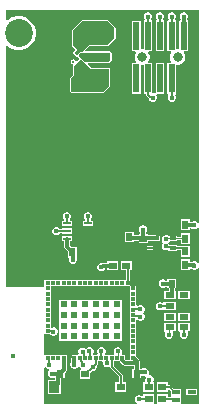
<source format=gtl>
G04*
G04 #@! TF.GenerationSoftware,Altium Limited,Altium Designer,22.8.2 (66)*
G04*
G04 Layer_Physical_Order=1*
G04 Layer_Color=255*
%FSLAX44Y44*%
%MOMM*%
G71*
G04*
G04 #@! TF.SameCoordinates,1C822ADC-4D7C-47C7-80CC-BC155C960612*
G04*
G04*
G04 #@! TF.FilePolarity,Positive*
G04*
G01*
G75*
%ADD13R,0.5600X2.4000*%
%ADD14R,0.3500X0.3500*%
%ADD15R,0.3000X0.3500*%
%ADD16R,0.3500X0.3000*%
%ADD17R,0.6000X0.6000*%
%ADD18R,0.4300X0.4300*%
%ADD19R,0.6000X0.6400*%
%ADD20R,0.7000X0.2700*%
%ADD21R,0.6500X1.4500*%
%ADD22R,0.7500X0.6000*%
%ADD23C,0.2500*%
%ADD24R,0.9000X1.0000*%
%ADD25R,1.6000X0.6500*%
%ADD26R,0.8000X0.5000*%
%ADD27R,0.7000X0.4000*%
%ADD28R,0.6000X0.7500*%
%ADD29R,0.5000X0.3000*%
%ADD30R,0.6400X0.6000*%
%ADD43C,0.1270*%
%ADD44C,0.3048*%
%ADD45C,0.0889*%
%ADD46C,2.3600*%
%ADD47C,1.7850*%
%ADD48C,0.8000*%
%ADD49C,0.4500*%
G36*
X1739131Y409779D02*
X1737861Y409527D01*
X1737804Y409664D01*
X1736814Y410654D01*
X1735520Y411190D01*
X1734120D01*
X1732826Y410654D01*
X1732359Y410187D01*
X1731089Y410218D01*
Y412379D01*
X1723311D01*
Y403101D01*
X1731089D01*
Y405023D01*
X1732359Y405153D01*
X1732826Y404686D01*
X1734120Y404150D01*
X1735520D01*
X1736814Y404686D01*
X1737804Y405676D01*
X1737861Y405813D01*
X1739131Y405561D01*
Y375489D01*
X1737861Y375237D01*
X1737804Y375374D01*
X1736814Y376364D01*
X1735520Y376900D01*
X1734120D01*
X1732826Y376364D01*
X1732580Y376118D01*
X1731089D01*
Y378619D01*
X1723311D01*
Y369341D01*
X1731089D01*
Y370390D01*
X1732359Y370863D01*
X1732826Y370396D01*
X1734120Y369860D01*
X1735520D01*
X1736814Y370396D01*
X1737804Y371386D01*
X1737861Y371523D01*
X1739131Y371271D01*
Y256039D01*
X1724898D01*
X1723819Y256501D01*
X1723819Y257309D01*
Y262231D01*
X1723819Y262279D01*
Y263501D01*
X1723819Y263549D01*
Y269279D01*
X1717374D01*
X1714977Y271676D01*
X1713810Y272160D01*
X1712189D01*
Y274399D01*
X1702911D01*
Y266621D01*
X1712189D01*
Y268058D01*
X1713459Y268528D01*
X1715041Y266946D01*
Y263549D01*
X1715041Y263501D01*
Y262279D01*
X1713867Y262000D01*
X1712189D01*
Y264239D01*
X1702911D01*
X1702911Y256461D01*
X1701816Y256039D01*
X1701784D01*
X1700689Y256461D01*
X1700689Y257309D01*
Y264239D01*
X1691411D01*
Y263543D01*
X1690141Y263017D01*
X1689824Y263334D01*
X1688530Y263870D01*
X1687130D01*
X1685836Y263334D01*
X1684846Y262344D01*
X1684310Y261050D01*
Y259650D01*
X1684846Y258356D01*
X1685836Y257366D01*
X1685973Y257309D01*
X1685721Y256039D01*
X1607820D01*
Y286596D01*
X1609090Y287122D01*
X1609636Y286576D01*
X1610930Y286040D01*
X1611633D01*
X1611897Y285496D01*
X1612022Y284770D01*
X1611186Y283934D01*
X1610650Y282640D01*
Y281240D01*
X1611186Y279946D01*
X1612176Y278956D01*
X1613470Y278420D01*
X1614870D01*
X1615556Y278704D01*
X1616826Y277958D01*
Y276399D01*
X1610921D01*
Y264621D01*
X1621699D01*
Y273249D01*
X1621746Y273486D01*
Y277851D01*
X1625089D01*
Y282550D01*
X1625960Y283421D01*
X1626249Y283854D01*
X1626493Y284219D01*
X1626493Y284219D01*
X1626493Y284219D01*
X1626587Y284692D01*
X1626680Y285160D01*
Y295330D01*
X1626609Y295688D01*
Y297969D01*
X1607831Y297969D01*
X1607820Y299234D01*
Y314426D01*
X1607831Y315691D01*
X1609090Y315691D01*
X1612379D01*
X1612456Y315506D01*
X1613446Y314516D01*
X1614740Y313980D01*
X1616140D01*
X1617434Y314516D01*
X1618424Y315506D01*
X1618960Y316800D01*
Y318200D01*
X1618424Y319494D01*
X1617434Y320484D01*
X1616140Y321020D01*
X1614740D01*
X1614379Y320871D01*
X1613109Y321719D01*
Y329191D01*
Y338191D01*
Y347191D01*
Y356191D01*
X1679454D01*
X1680331Y356191D01*
X1680331Y355314D01*
Y342691D01*
Y333691D01*
Y324691D01*
Y315691D01*
Y306691D01*
Y293290D01*
X1677229D01*
X1677005Y293440D01*
X1676907Y293459D01*
X1676204Y294162D01*
Y295306D01*
X1676202Y295319D01*
X1676204Y295332D01*
X1676109Y295787D01*
Y297969D01*
X1673803D01*
X1673493Y298383D01*
X1673135Y299239D01*
X1673570Y300290D01*
Y301690D01*
X1673034Y302984D01*
X1672044Y303974D01*
X1670750Y304510D01*
X1669350D01*
X1668056Y303974D01*
X1667066Y302984D01*
X1666530Y301690D01*
Y300290D01*
X1666965Y299239D01*
X1666607Y298383D01*
X1666297Y297969D01*
X1659833D01*
X1659523Y298383D01*
X1659165Y299239D01*
X1659600Y300290D01*
Y301690D01*
X1659064Y302984D01*
X1658074Y303974D01*
X1656780Y304510D01*
X1655380D01*
X1654086Y303974D01*
X1653096Y302984D01*
X1652560Y301690D01*
Y300290D01*
X1652995Y299239D01*
X1652637Y298383D01*
X1652327Y297969D01*
X1649673D01*
X1649363Y298383D01*
X1649005Y299239D01*
X1649440Y300290D01*
Y301690D01*
X1648904Y302984D01*
X1647914Y303974D01*
X1646620Y304510D01*
X1645220D01*
X1643926Y303974D01*
X1642936Y302984D01*
X1642262Y303358D01*
X1642167Y303452D01*
X1640874Y303988D01*
X1639473D01*
X1638180Y303452D01*
X1637189Y302462D01*
X1636653Y301168D01*
Y299768D01*
X1636873Y299239D01*
X1636036Y297969D01*
X1630831D01*
Y295688D01*
X1630760Y295330D01*
Y292078D01*
X1630236Y291554D01*
X1629700Y290260D01*
Y288860D01*
X1630236Y287566D01*
X1631226Y286576D01*
X1632520Y286040D01*
X1633920D01*
X1635214Y286576D01*
X1636204Y287566D01*
X1636343Y287901D01*
X1637717D01*
X1637856Y287566D01*
X1638846Y286576D01*
X1639225Y286419D01*
X1638973Y285149D01*
X1638021D01*
Y277371D01*
X1646199D01*
Y282816D01*
X1647856Y284473D01*
X1648200Y284330D01*
X1649600D01*
X1650894Y284866D01*
X1651884Y285856D01*
X1652420Y287150D01*
Y288550D01*
X1652277Y288895D01*
X1652386Y289004D01*
X1652870Y290170D01*
Y292691D01*
X1656608D01*
X1657456Y291421D01*
X1657403Y291293D01*
Y289893D01*
X1657939Y288599D01*
X1658929Y287609D01*
X1660223Y287073D01*
X1661623D01*
X1662238Y287328D01*
X1663057Y287460D01*
X1663771Y286693D01*
X1663912Y286353D01*
X1670870Y279394D01*
Y274399D01*
X1667881D01*
Y266621D01*
X1677159D01*
Y274399D01*
X1674169D01*
Y280078D01*
X1673686Y281244D01*
X1666728Y288203D01*
Y292691D01*
X1671374D01*
X1671471Y292202D01*
X1671471Y292202D01*
X1671471Y292202D01*
X1671706Y291851D01*
X1672004Y291404D01*
X1673980Y289427D01*
X1673981Y289427D01*
X1673981Y289427D01*
X1674377Y289162D01*
X1674778Y288894D01*
X1674779Y288894D01*
X1674779Y288894D01*
X1675029Y288844D01*
X1675459Y288557D01*
X1676400Y288370D01*
X1683419D01*
Y286029D01*
X1681991D01*
Y277851D01*
X1689769D01*
Y279582D01*
X1690435Y279956D01*
X1691039Y280175D01*
X1692210Y279690D01*
X1692812D01*
X1692998Y279522D01*
X1693556Y278420D01*
X1693200Y277560D01*
Y276160D01*
X1693403Y275669D01*
X1692555Y274399D01*
X1691411D01*
Y266621D01*
X1700689D01*
Y274399D01*
X1700689D01*
X1700037Y275669D01*
X1700240Y276160D01*
Y277560D01*
X1699704Y278854D01*
X1698714Y279844D01*
X1697420Y280380D01*
X1696818D01*
X1696632Y280548D01*
X1696074Y281650D01*
X1696430Y282510D01*
Y283910D01*
X1695894Y285204D01*
X1694904Y286194D01*
X1693610Y286730D01*
X1692210D01*
X1690963Y286213D01*
X1689769Y286029D01*
X1689769Y286029D01*
X1689769Y286029D01*
X1688340D01*
Y292420D01*
X1688340Y292420D01*
X1688340Y292420D01*
X1688244Y292904D01*
X1688153Y293361D01*
X1688153Y293362D01*
X1688153Y293362D01*
X1687873Y293780D01*
X1687619Y294160D01*
X1685609Y296170D01*
Y306691D01*
Y315691D01*
Y326917D01*
X1686879Y327443D01*
X1687106Y327216D01*
X1688400Y326680D01*
X1689800D01*
X1691094Y327216D01*
X1692084Y328206D01*
X1692620Y329500D01*
Y330900D01*
X1692084Y332194D01*
X1691733Y332545D01*
X1691213Y333375D01*
X1691733Y334205D01*
X1692084Y334556D01*
X1692620Y335850D01*
Y337250D01*
X1692084Y338544D01*
X1691094Y339534D01*
X1689800Y340070D01*
X1688400D01*
X1687106Y339534D01*
X1686879Y339307D01*
X1685609Y339833D01*
Y347191D01*
Y356469D01*
X1681486D01*
X1680609Y356469D01*
X1680609Y357346D01*
Y361469D01*
X1679870D01*
Y369491D01*
X1681709D01*
Y377269D01*
X1672431D01*
Y369491D01*
X1676571D01*
Y361469D01*
X1607831D01*
Y356865D01*
X1607825Y356187D01*
X1606806Y355600D01*
X1575569D01*
Y558909D01*
X1576742Y559395D01*
X1577370Y558767D01*
X1580631Y556885D01*
X1584268Y555910D01*
X1588033D01*
X1591670Y556885D01*
X1594931Y558767D01*
X1597593Y561430D01*
X1599476Y564691D01*
X1600450Y568328D01*
Y572093D01*
X1599476Y575730D01*
X1597593Y578991D01*
X1594931Y581653D01*
X1591670Y583536D01*
X1588033Y584510D01*
X1584268D01*
X1580631Y583536D01*
X1577370Y581653D01*
X1576742Y581026D01*
X1575569Y581512D01*
Y589781D01*
X1739131D01*
Y409779D01*
D02*
G37*
%LPC*%
G36*
X1726630Y587720D02*
X1725230D01*
X1723936Y587184D01*
X1722946Y586194D01*
X1722410Y584900D01*
Y583500D01*
X1722946Y582206D01*
X1723083Y582069D01*
X1722762Y580799D01*
X1721921D01*
Y556759D01*
X1721466Y556410D01*
X1719754D01*
X1719299Y556759D01*
Y580799D01*
X1719143D01*
X1718617Y582069D01*
X1718754Y582206D01*
X1719290Y583500D01*
Y584900D01*
X1718754Y586194D01*
X1717764Y587184D01*
X1716470Y587720D01*
X1715070D01*
X1713776Y587184D01*
X1712786Y586194D01*
X1712250Y584900D01*
Y583500D01*
X1712786Y582206D01*
X1712923Y582069D01*
X1712397Y580799D01*
X1711921D01*
Y555021D01*
X1714941D01*
X1715322Y553751D01*
X1714553Y552419D01*
X1714110Y550766D01*
Y549054D01*
X1714553Y547401D01*
X1715322Y546069D01*
X1714941Y544799D01*
X1711921D01*
Y519021D01*
X1712397D01*
X1712923Y517751D01*
X1712786Y517614D01*
X1712250Y516320D01*
Y514920D01*
X1712786Y513626D01*
X1713776Y512636D01*
X1715070Y512100D01*
X1716470D01*
X1717764Y512636D01*
X1718754Y513626D01*
X1719290Y514920D01*
Y516320D01*
X1718754Y517614D01*
X1718617Y517751D01*
X1719143Y519021D01*
X1719299D01*
Y543060D01*
X1719754Y543410D01*
X1721466D01*
X1723119Y543853D01*
X1724601Y544709D01*
X1725811Y545919D01*
X1726667Y547401D01*
X1727110Y549054D01*
Y550766D01*
X1726667Y552419D01*
X1725898Y553751D01*
X1726279Y555021D01*
X1729299D01*
Y580799D01*
X1729299D01*
X1728777Y582069D01*
X1728914Y582206D01*
X1729450Y583500D01*
Y584900D01*
X1728914Y586194D01*
X1727924Y587184D01*
X1726630Y587720D01*
D02*
G37*
G36*
X1696150D02*
X1694750D01*
X1693456Y587184D01*
X1692466Y586194D01*
X1691930Y584900D01*
Y583500D01*
X1692466Y582206D01*
X1692603Y582069D01*
X1692077Y580799D01*
X1691921D01*
Y556759D01*
X1691465Y556410D01*
X1689754D01*
X1689299Y556759D01*
Y580799D01*
X1681921D01*
Y555021D01*
X1684940D01*
X1685322Y553751D01*
X1684553Y552419D01*
X1684110Y550766D01*
Y549054D01*
X1684553Y547401D01*
X1685322Y546069D01*
X1684940Y544799D01*
X1681921D01*
Y519021D01*
X1689299D01*
Y543061D01*
X1689754Y543410D01*
X1691465D01*
X1691921Y543060D01*
Y519021D01*
X1693800D01*
Y518005D01*
X1694284Y516839D01*
X1696050Y515072D01*
X1696085Y515057D01*
Y514920D01*
X1696621Y513626D01*
X1697611Y512636D01*
X1698905Y512100D01*
X1700305D01*
X1701599Y512636D01*
X1702589Y513626D01*
X1703125Y514920D01*
Y516320D01*
X1702589Y517614D01*
X1702452Y517751D01*
X1702978Y519021D01*
X1709299D01*
Y544799D01*
X1701921D01*
Y519845D01*
X1700663Y518992D01*
X1700305Y519140D01*
X1699299D01*
Y544799D01*
X1696279D01*
X1695898Y546069D01*
X1696667Y547401D01*
X1697110Y549054D01*
Y550766D01*
X1696667Y552419D01*
X1695898Y553751D01*
X1696279Y555021D01*
X1699299D01*
Y580799D01*
X1698823D01*
X1698297Y582069D01*
X1698434Y582206D01*
X1698970Y583500D01*
Y584900D01*
X1698434Y586194D01*
X1697444Y587184D01*
X1696150Y587720D01*
D02*
G37*
G36*
X1706310D02*
X1704910D01*
X1703616Y587184D01*
X1702626Y586194D01*
X1702090Y584900D01*
Y583500D01*
X1702626Y582206D01*
X1702763Y582069D01*
X1702237Y580799D01*
X1701921D01*
Y555021D01*
X1709299D01*
Y580799D01*
X1708983D01*
X1708457Y582069D01*
X1708594Y582206D01*
X1709130Y583500D01*
Y584900D01*
X1708594Y586194D01*
X1707604Y587184D01*
X1706310Y587720D01*
D02*
G37*
G36*
X1661415Y580986D02*
X1639647D01*
X1638966Y580704D01*
X1631048Y572786D01*
X1630766Y572105D01*
Y560327D01*
X1631048Y559647D01*
X1634059Y556635D01*
Y555974D01*
X1632628Y554542D01*
X1632346Y553862D01*
Y553011D01*
X1632628Y552331D01*
X1634341Y550617D01*
X1635022Y550335D01*
X1635828Y550255D01*
X1635993Y549953D01*
X1636142Y549644D01*
X1636169Y549634D01*
X1636183Y549609D01*
X1636911Y549027D01*
X1636944Y547374D01*
X1635736Y546167D01*
X1635211Y546247D01*
X1634369Y546596D01*
X1634140Y547148D01*
X1633539Y547750D01*
X1632752Y548075D01*
X1631902D01*
X1631115Y547750D01*
X1630514Y547148D01*
X1630188Y546362D01*
Y545511D01*
X1630514Y544725D01*
X1631115Y544123D01*
X1631667Y543894D01*
X1631838Y543714D01*
X1632132Y543154D01*
X1632356Y542527D01*
X1632258Y542290D01*
Y535069D01*
X1630000Y532810D01*
X1629718Y532130D01*
Y520700D01*
X1630000Y520020D01*
X1630680Y519738D01*
X1646447D01*
X1646490Y519720D01*
X1647890D01*
X1647933Y519738D01*
X1657350D01*
X1658030Y520020D01*
X1663110Y525100D01*
X1663392Y525780D01*
Y539750D01*
X1663386Y539765D01*
Y540346D01*
X1663145D01*
X1663110Y540430D01*
X1662430Y540712D01*
X1647589D01*
X1644336Y543964D01*
X1644822Y545138D01*
X1662430D01*
X1663110Y545420D01*
X1663258Y545567D01*
X1663386D01*
Y545695D01*
X1664380Y546690D01*
X1664662Y547370D01*
Y553720D01*
X1664380Y554400D01*
X1663700Y554682D01*
X1642897D01*
X1642411Y555856D01*
X1645990Y559434D01*
X1661415D01*
X1662095Y559716D01*
X1667844Y565465D01*
X1668126Y566145D01*
Y574275D01*
X1667844Y574955D01*
X1662095Y580704D01*
X1661415Y580986D01*
D02*
G37*
G36*
X1645350Y418810D02*
X1643950D01*
X1642656Y418274D01*
X1641666Y417284D01*
X1641130Y415990D01*
Y414590D01*
X1641666Y413296D01*
X1642363Y412599D01*
X1641949Y411329D01*
X1640271D01*
Y406851D01*
X1649049D01*
Y411329D01*
X1647351D01*
X1646937Y412599D01*
X1647634Y413296D01*
X1648170Y414590D01*
Y415990D01*
X1647634Y417284D01*
X1646644Y418274D01*
X1645350Y418810D01*
D02*
G37*
G36*
X1627570D02*
X1626170D01*
X1624876Y418274D01*
X1623886Y417284D01*
X1623350Y415990D01*
Y414590D01*
X1623886Y413296D01*
X1624583Y412599D01*
X1624169Y411329D01*
X1622471D01*
Y406851D01*
X1631249D01*
Y411329D01*
X1629571D01*
X1629157Y412599D01*
X1629854Y413296D01*
X1630390Y414590D01*
Y415990D01*
X1629854Y417284D01*
X1628864Y418274D01*
X1627570Y418810D01*
D02*
G37*
G36*
X1618680Y406110D02*
X1617280D01*
X1615986Y405574D01*
X1614996Y404584D01*
X1614460Y403290D01*
Y401890D01*
X1614996Y400596D01*
X1615986Y399606D01*
X1617280Y399070D01*
X1618680D01*
X1619974Y399606D01*
X1620964Y400596D01*
X1621107Y400940D01*
X1622471D01*
Y400351D01*
X1631249D01*
Y404829D01*
X1622471D01*
Y404240D01*
X1621107D01*
X1620964Y404584D01*
X1619974Y405574D01*
X1618680Y406110D01*
D02*
G37*
G36*
X1691995Y407380D02*
X1690595D01*
X1689301Y406844D01*
X1688311Y405854D01*
X1687775Y404560D01*
Y403160D01*
X1688311Y401866D01*
X1688778Y401399D01*
X1688454Y400129D01*
X1687551D01*
Y399335D01*
X1683419D01*
Y401599D01*
X1675641D01*
Y393421D01*
X1683419D01*
Y394415D01*
X1687551D01*
Y392351D01*
X1695729D01*
Y393946D01*
X1702396D01*
X1702874Y394041D01*
X1705809D01*
Y398819D01*
X1702778D01*
X1702420Y398890D01*
X1702300Y398866D01*
X1695729D01*
Y400129D01*
X1693927D01*
Y401515D01*
X1694279Y401866D01*
X1694815Y403160D01*
Y404560D01*
X1694279Y405854D01*
X1693289Y406844D01*
X1691995Y407380D01*
D02*
G37*
G36*
X1731089Y400879D02*
X1723311D01*
Y397873D01*
X1719809D01*
Y398819D01*
X1713031D01*
X1713031Y398819D01*
Y398819D01*
X1711835Y398996D01*
X1711390Y399180D01*
X1709990D01*
X1708696Y398644D01*
X1707706Y397654D01*
X1707170Y396360D01*
Y394960D01*
X1707706Y393666D01*
X1708597Y392775D01*
X1707706Y391884D01*
X1707170Y390590D01*
Y389190D01*
X1707706Y387896D01*
X1708696Y386906D01*
X1709990Y386370D01*
X1711390D01*
X1711761Y386524D01*
X1713031Y386041D01*
Y386041D01*
X1719809D01*
Y386780D01*
X1723311D01*
Y380841D01*
X1731089D01*
Y390119D01*
X1723311D01*
Y390080D01*
X1719809D01*
Y390819D01*
X1715825D01*
X1715578Y390921D01*
X1714073D01*
X1713674Y391884D01*
X1712783Y392775D01*
X1713674Y393666D01*
X1713829Y394041D01*
X1719809D01*
Y394987D01*
X1723311D01*
Y391601D01*
X1731089D01*
Y400879D01*
D02*
G37*
G36*
X1702420Y390080D02*
X1692630D01*
X1691464Y389596D01*
X1690474Y388606D01*
X1689990Y387440D01*
X1690474Y386273D01*
X1691640Y385790D01*
X1692806Y386273D01*
X1693313Y386780D01*
X1702420D01*
X1703586Y387264D01*
X1704069Y388430D01*
X1703586Y389596D01*
X1702420Y390080D01*
D02*
G37*
G36*
X1626860Y398550D02*
X1625918Y398363D01*
X1625867Y398329D01*
X1622471D01*
Y393851D01*
X1624410D01*
Y389500D01*
X1624597Y388558D01*
X1624597Y388558D01*
X1624597Y388558D01*
X1624865Y388157D01*
X1625130Y387760D01*
X1625130Y387760D01*
X1625130Y387760D01*
X1627471Y385420D01*
Y380721D01*
X1627702D01*
X1628551Y379451D01*
X1628430Y379160D01*
Y377760D01*
X1628966Y376466D01*
X1629956Y375476D01*
X1631250Y374940D01*
X1632650D01*
X1633944Y375476D01*
X1634934Y376466D01*
X1635470Y377760D01*
Y379160D01*
X1635335Y379487D01*
X1635249Y380721D01*
X1635249Y380721D01*
X1635249Y380721D01*
Y388899D01*
X1630950D01*
X1629330Y390519D01*
Y393851D01*
X1631249D01*
Y398329D01*
X1627852D01*
X1627801Y398363D01*
X1626860Y398550D01*
D02*
G37*
G36*
X1670209Y377269D02*
X1660931D01*
Y375840D01*
X1657743D01*
X1656801Y375653D01*
X1656767Y375630D01*
X1655380D01*
X1654086Y375094D01*
X1653096Y374104D01*
X1652560Y372810D01*
Y371410D01*
X1653096Y370116D01*
X1654086Y369126D01*
X1655380Y368590D01*
X1656780D01*
X1658074Y369126D01*
X1659064Y370116D01*
X1659397Y370920D01*
X1660931D01*
Y369491D01*
X1670209D01*
Y377269D01*
D02*
G37*
G36*
X1719659Y362229D02*
X1711881D01*
Y360737D01*
X1710611Y360657D01*
X1710144Y361124D01*
X1708850Y361660D01*
X1707450D01*
X1706156Y361124D01*
X1705166Y360134D01*
X1704630Y358840D01*
Y357440D01*
X1705166Y356146D01*
X1706156Y355156D01*
X1707450Y354620D01*
X1708850D01*
X1710144Y355156D01*
X1710611Y355623D01*
X1711881Y355543D01*
Y354051D01*
X1713310D01*
Y351589D01*
X1709041D01*
Y344811D01*
X1718819D01*
Y351589D01*
X1718230D01*
Y354051D01*
X1719659D01*
Y362229D01*
D02*
G37*
G36*
X1730819Y351589D02*
X1721041D01*
Y344811D01*
X1730819D01*
Y351589D01*
D02*
G37*
G36*
X1665331Y344469D02*
X1664109D01*
X1664061Y344469D01*
X1656379D01*
X1656331Y344469D01*
X1655109D01*
X1655061Y344469D01*
X1647379D01*
X1647331Y344469D01*
X1646109D01*
X1646061Y344469D01*
X1638379D01*
X1638331Y344469D01*
X1637109D01*
X1637061Y344469D01*
X1629379D01*
X1629331Y344469D01*
X1628109D01*
X1628061Y344469D01*
X1620331D01*
Y336739D01*
X1620331Y336691D01*
Y335469D01*
X1620331Y335421D01*
Y327739D01*
X1620331Y327691D01*
Y326469D01*
X1620331Y326421D01*
Y318739D01*
X1620331Y318691D01*
Y317469D01*
X1620331Y317421D01*
Y309691D01*
X1628061D01*
X1628109Y309691D01*
X1629331D01*
X1629379Y309691D01*
X1637061D01*
X1637109Y309691D01*
X1638331D01*
X1638379Y309691D01*
X1646061D01*
X1646109Y309691D01*
X1647331D01*
X1647379Y309691D01*
X1655061D01*
X1655109Y309691D01*
X1656331D01*
X1656379Y309691D01*
X1664061D01*
X1664109Y309691D01*
X1665331D01*
X1665379Y309691D01*
X1673109D01*
Y317421D01*
X1673109Y317469D01*
Y318691D01*
X1673109Y318739D01*
Y326421D01*
X1673109Y326469D01*
Y327691D01*
X1673109Y327739D01*
Y335421D01*
X1673109Y335469D01*
Y336691D01*
X1673109Y336739D01*
Y344469D01*
X1665379D01*
X1665331Y344469D01*
D02*
G37*
G36*
X1706310Y342610D02*
X1704910D01*
X1703616Y342074D01*
X1702626Y341084D01*
X1702090Y339790D01*
Y338390D01*
X1702626Y337096D01*
X1703616Y336106D01*
X1704910Y335570D01*
X1706310D01*
X1707604Y336106D01*
X1707771Y336273D01*
X1709041Y335811D01*
Y335811D01*
X1718819D01*
Y342589D01*
X1709041D01*
Y342433D01*
X1707771Y341907D01*
X1707604Y342074D01*
X1706310Y342610D01*
D02*
G37*
G36*
X1730819Y333589D02*
X1721041D01*
Y326811D01*
X1730819D01*
Y333589D01*
D02*
G37*
G36*
X1718819D02*
X1709041D01*
Y326811D01*
X1718819D01*
Y333589D01*
D02*
G37*
G36*
X1730819Y324589D02*
X1721041D01*
Y317811D01*
X1722143D01*
X1722775Y316541D01*
X1722410Y315660D01*
Y314260D01*
X1722946Y312966D01*
X1723936Y311976D01*
X1725230Y311440D01*
X1726630D01*
X1727924Y311976D01*
X1728914Y312966D01*
X1729450Y314260D01*
Y315660D01*
X1729085Y316541D01*
X1729717Y317811D01*
X1730819D01*
Y324589D01*
D02*
G37*
G36*
X1718819D02*
X1709041D01*
Y317811D01*
X1709443D01*
X1710075Y316541D01*
X1709710Y315660D01*
Y314260D01*
X1710246Y312966D01*
X1711236Y311976D01*
X1712530Y311440D01*
X1713930D01*
X1715224Y311976D01*
X1716214Y312966D01*
X1716750Y314260D01*
Y315660D01*
X1716385Y316541D01*
X1717017Y317811D01*
X1718819D01*
Y324589D01*
D02*
G37*
G36*
X1736819Y269279D02*
X1728041D01*
Y263501D01*
X1736819D01*
Y269279D01*
D02*
G37*
%LPD*%
G36*
X1667164Y574275D02*
Y566145D01*
X1661415Y560396D01*
X1645591D01*
X1639480Y554285D01*
X1638009D01*
X1635022Y551297D01*
X1633308Y553011D01*
Y553862D01*
X1635022Y555575D01*
Y557034D01*
X1631728Y560327D01*
Y572105D01*
X1639647Y580024D01*
X1661415D01*
X1667164Y574275D01*
D02*
G37*
G36*
X1663700Y547370D02*
X1662430Y546100D01*
X1642110D01*
X1636784Y550361D01*
X1636714Y551629D01*
X1637275Y552190D01*
X1638974Y553323D01*
X1639480D01*
X1640160Y553605D01*
X1640276Y553720D01*
X1663700D01*
Y547370D01*
D02*
G37*
G36*
X1641509Y545349D02*
X1641625Y545315D01*
X1647190Y539750D01*
X1662430D01*
Y525780D01*
X1657350Y520700D01*
X1630680D01*
Y532130D01*
X1633220Y534670D01*
Y542290D01*
X1638300Y547370D01*
X1638982D01*
X1641509Y545349D01*
D02*
G37*
D13*
X1685610Y531910D02*
D03*
Y567910D02*
D03*
X1695610Y531910D02*
D03*
Y567910D02*
D03*
X1705610Y531910D02*
D03*
Y567910D02*
D03*
X1715610Y531910D02*
D03*
Y567910D02*
D03*
X1725610Y531910D02*
D03*
Y567910D02*
D03*
D14*
X1610470Y295330D02*
D03*
Y358830D02*
D03*
X1682970Y295330D02*
D03*
Y358830D02*
D03*
D15*
X1615220Y295330D02*
D03*
X1619720D02*
D03*
X1624220D02*
D03*
X1628720D02*
D03*
X1633220D02*
D03*
X1637720D02*
D03*
X1642220D02*
D03*
X1646720D02*
D03*
X1651220D02*
D03*
X1655720D02*
D03*
X1660220D02*
D03*
X1664720D02*
D03*
X1669220D02*
D03*
X1673720D02*
D03*
X1678220D02*
D03*
Y358830D02*
D03*
X1673720D02*
D03*
X1669220D02*
D03*
X1664720D02*
D03*
X1660220D02*
D03*
X1655720D02*
D03*
X1651220D02*
D03*
X1646720D02*
D03*
X1642220D02*
D03*
X1637720D02*
D03*
X1633220D02*
D03*
X1628720D02*
D03*
X1624220D02*
D03*
X1619720D02*
D03*
X1615220D02*
D03*
D16*
X1682970Y300080D02*
D03*
Y304580D02*
D03*
Y309080D02*
D03*
Y313580D02*
D03*
Y318080D02*
D03*
Y322580D02*
D03*
Y327080D02*
D03*
Y331580D02*
D03*
Y336080D02*
D03*
Y340580D02*
D03*
Y345080D02*
D03*
Y349580D02*
D03*
Y354080D02*
D03*
X1610470D02*
D03*
Y349580D02*
D03*
Y345080D02*
D03*
Y340580D02*
D03*
Y336080D02*
D03*
Y331580D02*
D03*
Y327080D02*
D03*
Y322580D02*
D03*
Y318080D02*
D03*
Y313580D02*
D03*
Y309080D02*
D03*
Y304580D02*
D03*
Y300080D02*
D03*
D17*
X1624220Y313580D02*
D03*
X1633220D02*
D03*
X1642220D02*
D03*
X1651220D02*
D03*
X1660220D02*
D03*
X1669220D02*
D03*
Y340580D02*
D03*
X1660220D02*
D03*
X1651220D02*
D03*
X1642220D02*
D03*
X1633220D02*
D03*
X1624220D02*
D03*
X1669220Y322580D02*
D03*
Y331580D02*
D03*
X1624220D02*
D03*
Y322580D02*
D03*
X1633220D02*
D03*
X1642220D02*
D03*
X1651220D02*
D03*
X1660220D02*
D03*
Y331580D02*
D03*
X1651220D02*
D03*
X1642220D02*
D03*
X1633220D02*
D03*
D18*
X1580870Y296580D02*
D03*
Y357580D02*
D03*
D19*
X1621200Y281940D02*
D03*
X1630000D02*
D03*
X1685880D02*
D03*
X1677080D02*
D03*
X1631360Y384810D02*
D03*
X1640160D02*
D03*
X1679530Y397510D02*
D03*
X1670730D02*
D03*
X1636350Y537210D02*
D03*
X1627550D02*
D03*
X1715770Y358140D02*
D03*
X1724570D02*
D03*
D20*
X1626860Y409090D02*
D03*
Y402590D02*
D03*
Y396090D02*
D03*
X1644660D02*
D03*
Y402590D02*
D03*
Y409090D02*
D03*
D21*
X1635760Y402590D02*
D03*
D22*
X1665570Y373380D02*
D03*
X1677070D02*
D03*
X1696050Y270510D02*
D03*
X1707550D02*
D03*
X1684020D02*
D03*
X1672520D02*
D03*
X1696050Y260350D02*
D03*
X1707550D02*
D03*
D23*
X1632327Y555936D02*
D03*
X1638567D02*
D03*
X1635447Y553437D02*
D03*
X1632327Y550937D02*
D03*
X1638567D02*
D03*
X1635447Y548436D02*
D03*
X1632327Y545936D02*
D03*
X1638567D02*
D03*
D24*
X1623617Y566216D02*
D03*
X1637117D02*
D03*
X1622260Y525780D02*
D03*
X1635760D02*
D03*
X1629810Y270510D02*
D03*
X1616310D02*
D03*
D25*
X1654497Y549706D02*
D03*
Y536207D02*
D03*
D26*
X1713930Y321200D02*
D03*
Y330200D02*
D03*
Y339200D02*
D03*
Y348200D02*
D03*
X1725930D02*
D03*
Y339200D02*
D03*
Y330200D02*
D03*
Y321200D02*
D03*
D27*
X1719430Y259390D02*
D03*
X1732430D02*
D03*
Y266390D02*
D03*
X1719430D02*
D03*
D28*
X1727200Y407740D02*
D03*
Y396240D02*
D03*
Y373980D02*
D03*
Y385480D02*
D03*
D29*
X1716420Y396430D02*
D03*
Y388430D02*
D03*
X1702420Y396430D02*
D03*
Y388430D02*
D03*
D30*
X1642110Y272460D02*
D03*
Y281260D02*
D03*
X1691640Y396240D02*
D03*
Y387440D02*
D03*
D43*
X1715610Y567910D02*
X1715770Y568070D01*
Y584200D01*
X1695450Y568070D02*
X1695610Y567910D01*
X1695450Y568070D02*
Y584200D01*
X1697217Y516238D02*
X1698987D01*
X1699605Y515620D01*
X1715770D02*
Y531750D01*
X1715610Y531910D02*
X1715770Y531750D01*
X1615150Y317790D02*
X1615440Y317500D01*
X1610470Y318080D02*
X1610760Y317790D01*
X1615150D01*
X1682970Y336080D02*
X1683205Y336315D01*
X1688865D01*
X1689100Y336550D01*
X1705610Y567910D02*
Y584200D01*
X1695450Y518005D02*
Y527272D01*
Y518005D02*
X1697217Y516238D01*
X1691640Y387440D02*
X1692630Y388430D01*
X1702420D01*
X1682970Y331580D02*
X1683732Y330818D01*
X1688482D01*
X1689100Y330200D01*
X1611585Y289605D02*
X1611630Y289560D01*
X1648900Y287850D02*
X1651220Y290170D01*
X1642310Y281260D02*
X1648900Y287850D01*
X1642110Y281260D02*
X1642310D01*
X1651220Y290170D02*
Y295330D01*
X1665078Y287519D02*
Y294972D01*
X1664720Y295330D02*
X1665078Y294972D01*
Y287519D02*
X1672520Y280078D01*
X1637720Y295330D02*
X1638585Y294465D01*
Y292689D02*
Y294465D01*
X1646320Y295730D02*
X1646720Y295330D01*
X1646320Y295730D02*
Y300590D01*
X1645920Y300990D02*
X1646320Y300590D01*
X1655900Y295510D02*
Y300810D01*
X1656080Y300990D01*
X1655720Y295330D02*
X1655900Y295510D01*
X1660572Y290944D02*
Y294978D01*
Y290944D02*
X1660923Y290593D01*
X1660220Y295330D02*
X1660572Y294978D01*
X1640173Y299594D02*
Y300468D01*
Y299594D02*
X1641355Y298413D01*
Y296195D02*
Y298413D01*
Y296195D02*
X1642220Y295330D01*
X1638585Y292689D02*
X1640840Y290434D01*
Y289560D02*
Y290434D01*
X1644650Y409100D02*
X1644660Y409090D01*
X1677070Y373380D02*
X1678220Y372230D01*
Y358830D02*
Y372230D01*
X1626860Y409090D02*
X1626870Y409100D01*
X1725930Y314960D02*
Y321200D01*
X1713810Y270510D02*
X1717930Y266390D01*
X1707550Y270510D02*
X1713810D01*
X1717930Y266390D02*
X1719430D01*
X1705610Y339090D02*
X1713820D01*
X1713930Y339200D01*
X1727200Y385480D02*
Y386065D01*
X1724835Y388430D02*
X1727200Y386065D01*
X1716420Y388430D02*
X1724835D01*
X1710690Y389890D02*
X1711308Y389272D01*
X1715578D02*
X1716420Y388430D01*
X1711308Y389272D02*
X1715578D01*
X1626870Y409100D02*
Y415290D01*
X1644650Y409100D02*
Y415290D01*
X1617980Y402590D02*
X1626860D01*
X1611585Y289605D02*
Y294215D01*
X1610470Y295330D02*
X1611585Y294215D01*
X1672520Y270510D02*
Y280078D01*
X1696720Y271180D02*
Y276860D01*
X1696050Y270510D02*
X1696720Y271180D01*
X1687830Y260350D02*
X1696050D01*
X1718470D02*
X1719430Y259390D01*
X1707550Y260350D02*
X1718470D01*
D44*
X1614170Y281940D02*
X1621200D01*
X1633220Y289560D02*
Y295330D01*
X1725770Y565920D02*
Y584040D01*
X1725930Y584200D01*
X1621200Y281740D02*
Y281940D01*
Y282140D02*
X1624220Y285160D01*
X1621200Y281940D02*
Y282140D01*
X1624220Y285160D02*
Y295330D01*
X1673744Y293143D02*
X1675720Y291167D01*
X1676063D02*
X1676400Y290830D01*
X1675720Y291167D02*
X1676063D01*
X1673744Y293143D02*
Y295306D01*
X1673720Y295330D02*
X1673744Y295306D01*
X1656473Y372110D02*
X1657743Y373380D01*
X1665570D01*
X1656080Y372110D02*
X1656473D01*
X1626870Y389500D02*
Y396080D01*
Y389500D02*
X1631360Y385010D01*
Y384810D02*
Y385010D01*
X1626860Y396090D02*
X1626870Y396080D01*
X1631672Y378738D02*
Y384498D01*
X1631360Y384810D02*
X1631672Y384498D01*
Y378738D02*
X1631950Y378460D01*
X1734785Y407705D02*
X1734820Y407670D01*
X1727235Y407705D02*
X1734785D01*
X1727200Y407740D02*
X1727235Y407705D01*
X1708150Y358140D02*
X1715770D01*
Y349176D02*
Y358140D01*
X1713930Y348200D02*
X1714794D01*
X1715770Y349176D01*
X1727200Y373980D02*
X1727522Y373658D01*
X1619286Y279826D02*
X1621200Y281740D01*
X1619286Y273486D02*
Y279826D01*
X1616310Y270510D02*
X1619286Y273486D01*
X1680165Y396875D02*
X1691005D01*
X1691640Y396240D02*
X1691806Y396406D01*
X1702396D01*
X1691005Y396875D02*
X1691640Y396240D01*
X1679530Y397510D02*
X1680165Y396875D01*
X1691467Y396413D02*
Y403687D01*
Y396413D02*
X1691640Y396240D01*
X1691295Y403860D02*
X1691467Y403687D01*
X1702396Y396406D02*
X1702420Y396430D01*
X1685880Y281940D02*
Y292420D01*
X1676400Y290830D02*
X1684290D01*
X1685880Y292420D01*
X1682970Y295330D02*
X1685880Y292420D01*
Y281940D02*
X1686872Y282932D01*
X1692632D02*
X1692910Y283210D01*
X1686872Y282932D02*
X1692632D01*
X1727522Y373658D02*
X1734542D01*
X1734820Y373380D01*
D45*
X1670050Y296160D02*
Y300990D01*
X1669220Y295330D02*
X1670050Y296160D01*
X1713230Y320500D02*
X1713930Y321200D01*
X1713230Y314960D02*
Y320500D01*
X1727010Y396430D02*
X1727200Y396240D01*
X1716420Y396430D02*
X1727010D01*
X1712800Y396351D02*
X1712879Y396430D01*
X1716420D01*
X1711381Y396351D02*
X1712800D01*
X1710690Y395660D02*
X1711381Y396351D01*
D46*
X1586150Y570210D02*
D03*
D47*
X1657350Y275610D02*
D03*
Y570210D02*
D03*
D48*
X1690610Y549910D02*
D03*
X1720610D02*
D03*
D49*
X1701764Y448056D02*
D03*
Y348488D02*
D03*
X1690434Y485394D02*
D03*
X1700903Y472948D02*
D03*
X1691295Y510286D02*
D03*
X1699605Y515620D02*
D03*
X1709467Y425023D02*
D03*
X1717548Y435610D02*
D03*
Y485394D02*
D03*
Y460502D02*
D03*
X1715770Y515620D02*
D03*
X1673987Y472948D02*
D03*
X1711325Y448056D02*
D03*
X1736217Y298704D02*
D03*
X1667764Y460502D02*
D03*
X1699605Y497840D02*
D03*
X1615440Y317500D02*
D03*
X1617980Y303530D02*
D03*
X1689100Y336550D02*
D03*
X1614170Y281940D02*
D03*
X1633220Y289560D02*
D03*
X1711325Y472948D02*
D03*
X1633220Y331580D02*
D03*
X1711325Y497840D02*
D03*
X1649095Y348488D02*
D03*
X1699605Y423164D02*
D03*
X1691295Y460502D02*
D03*
Y435610D02*
D03*
X1689100Y330200D02*
D03*
X1611630Y289560D02*
D03*
X1648900Y287850D02*
D03*
X1695450Y584200D02*
D03*
X1715770D02*
D03*
X1705610D02*
D03*
X1725930D02*
D03*
X1605534Y460502D02*
D03*
X1661541Y398272D02*
D03*
X1586865D02*
D03*
X1661541Y497840D02*
D03*
X1680210Y261366D02*
D03*
X1642872Y510286D02*
D03*
X1736217Y547624D02*
D03*
X1705102Y286258D02*
D03*
X1617980Y410718D02*
D03*
Y485394D02*
D03*
X1586865Y547624D02*
D03*
X1673987Y448056D02*
D03*
X1705102Y460502D02*
D03*
X1599311Y472948D02*
D03*
X1723771Y273812D02*
D03*
X1624203Y497840D02*
D03*
X1630426Y485394D02*
D03*
X1661541Y423164D02*
D03*
X1586865Y497840D02*
D03*
X1723771Y298704D02*
D03*
X1736217Y273812D02*
D03*
X1605534Y385826D02*
D03*
X1586865Y373380D02*
D03*
X1649095Y497840D02*
D03*
X1636649Y348488D02*
D03*
X1667764Y510286D02*
D03*
X1717548Y286258D02*
D03*
X1642872Y435610D02*
D03*
X1611757Y572516D02*
D03*
X1605534Y410718D02*
D03*
X1630426Y460502D02*
D03*
X1605534Y510286D02*
D03*
X1661541Y448056D02*
D03*
X1580642Y510286D02*
D03*
X1593088Y535178D02*
D03*
X1667764Y385826D02*
D03*
X1586865Y522732D02*
D03*
X1580642Y460502D02*
D03*
X1611757Y472948D02*
D03*
X1605534Y560070D02*
D03*
X1599311Y398272D02*
D03*
X1736217Y348488D02*
D03*
X1593088Y460502D02*
D03*
X1692656Y311150D02*
D03*
X1611757Y448056D02*
D03*
X1661541Y348488D02*
D03*
X1605534Y435610D02*
D03*
X1655318Y485394D02*
D03*
X1673987Y572516D02*
D03*
X1736217Y323596D02*
D03*
X1642872Y460502D02*
D03*
X1655318D02*
D03*
X1636649Y472948D02*
D03*
X1593088Y485394D02*
D03*
X1636649Y423164D02*
D03*
X1661541Y472948D02*
D03*
X1673987Y522732D02*
D03*
Y547624D02*
D03*
X1611757Y373380D02*
D03*
X1617980Y261366D02*
D03*
X1580642Y410718D02*
D03*
Y535178D02*
D03*
X1617980D02*
D03*
X1705102Y485394D02*
D03*
X1593088Y360934D02*
D03*
X1673987Y423164D02*
D03*
X1617980Y460502D02*
D03*
X1729994Y286258D02*
D03*
X1655318Y510286D02*
D03*
X1667764Y535178D02*
D03*
X1599311Y497840D02*
D03*
X1593088Y510286D02*
D03*
X1649095Y423164D02*
D03*
X1586865Y472948D02*
D03*
X1599311Y373380D02*
D03*
X1667764Y560070D02*
D03*
X1655318Y385826D02*
D03*
X1624203Y423164D02*
D03*
X1611757Y497840D02*
D03*
X1593088Y410718D02*
D03*
X1624203Y448056D02*
D03*
X1617980Y510286D02*
D03*
X1642872Y485394D02*
D03*
X1667764Y435610D02*
D03*
X1636649Y373380D02*
D03*
Y448056D02*
D03*
X1624203Y472948D02*
D03*
X1705102Y435610D02*
D03*
X1593088Y385826D02*
D03*
X1649095Y373380D02*
D03*
X1630426Y435610D02*
D03*
X1599311Y522732D02*
D03*
X1655318Y261366D02*
D03*
X1611757Y522732D02*
D03*
X1617980Y336042D02*
D03*
X1667764Y485394D02*
D03*
X1580642Y435610D02*
D03*
X1630426Y261366D02*
D03*
X1636649Y497840D02*
D03*
X1611757Y547624D02*
D03*
X1624203D02*
D03*
X1642872Y261366D02*
D03*
X1593088Y435610D02*
D03*
X1580642Y385826D02*
D03*
X1630426Y510286D02*
D03*
X1673987Y497840D02*
D03*
X1736217Y398272D02*
D03*
X1605534Y485394D02*
D03*
X1599311Y423164D02*
D03*
X1605534Y535178D02*
D03*
X1673987Y348488D02*
D03*
X1736217Y572516D02*
D03*
X1586865Y448056D02*
D03*
X1611757Y423164D02*
D03*
X1649095Y448056D02*
D03*
X1692431Y288960D02*
D03*
X1580642Y485394D02*
D03*
X1649095Y472948D02*
D03*
X1586865Y423164D02*
D03*
X1655318Y435610D02*
D03*
X1667764Y261366D02*
D03*
X1617980Y435610D02*
D03*
X1611757Y398272D02*
D03*
X1599311Y448056D02*
D03*
Y547624D02*
D03*
X1670050Y300990D02*
D03*
X1656080D02*
D03*
X1645920D02*
D03*
X1640173Y300468D02*
D03*
X1640840Y289560D02*
D03*
X1656080Y372110D02*
D03*
X1626870Y415290D02*
D03*
X1644650D02*
D03*
X1617980Y402590D02*
D03*
X1631950Y378460D02*
D03*
X1708150Y358140D02*
D03*
X1734820Y407670D02*
D03*
X1710690Y389890D02*
D03*
X1734820Y373380D02*
D03*
X1710690Y395660D02*
D03*
X1687830Y260350D02*
D03*
X1660923Y290593D02*
D03*
X1696720Y276860D02*
D03*
X1692910Y283210D02*
D03*
X1725930Y314960D02*
D03*
X1713230D02*
D03*
X1705610Y339090D02*
D03*
X1648460Y528320D02*
D03*
X1653540Y524510D02*
D03*
X1647190Y523240D02*
D03*
X1656080Y529590D02*
D03*
X1691295Y403860D02*
D03*
M02*

</source>
